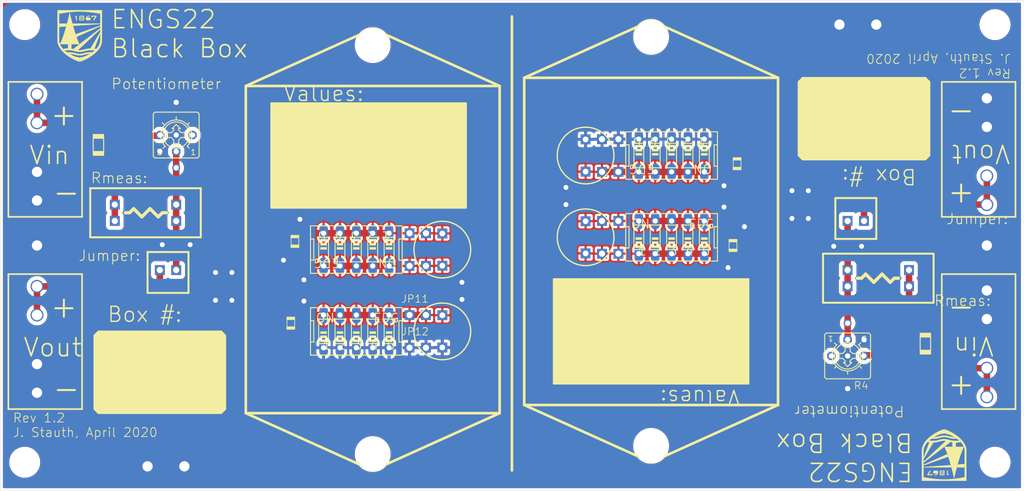
<source format=kicad_pcb>
(kicad_pcb (version 20241229) (generator "pcbnew") (generator_version "9.0")
  (layers (0 "F.Cu" signal) (2 "B.Cu" signal) (13 "F.Paste" user) (15 "B.Paste" user) (5 "F.SilkS" user "F.Silkscreen") (7 "B.SilkS" user "B.Silkscreen") (1 "F.Mask" user) (3 "B.Mask" user) (25 "Edge.Cuts" user))
  (net 0 "")
  (net 1 "VIN")
  (net 2 "GND")
  (net 3 "VOUT")
  (net 4 "N$2")
  (net 5 "N$6")
  (net 6 "VP2")
  (net 7 "VX2")
  (net 8 "VIN2")
  (net 9 "VOUT2")
  (footprint "blackboxvDualv4:1X02" (layer "F.Cu") (at 163.7156 101.1886)
    (property "Reference" "JP9" (hide yes))
    (property "Value" "")
    (pad "1" thru_hole rect (at -1.27 0 90) (size 1.524 1.524) (drill 0.9652) (layers "*.Cu" "*.Mask") (net 7 "VX2"))
    (pad "2" thru_hole rect (at 1.27 0 90) (size 1.524 1.524) (drill 0.9652) (layers "*.Cu" "*.Mask") (net 7 "VX2"))
  )
  (footprint "blackboxvDualv4:EDG-05" (layer "F.Cu") (at 124.3456 105.6336 180)
    (property "Reference" "SW1" (hide yes))
    (property "Value" "")
    (fp_text user "5" (at 4.572 2.921 180) (layer "F.SilkS") (effects (font (size 1.3716 1.3716) (thickness 0.1524)) (justify left bottom)))
    (fp_text user "1" (at -5.334 2.921 180) (layer "F.SilkS") (effects (font (size 1.3716 1.3716) (thickness 0.1524)) (justify left bottom)))
    (fp_text user "ON" (at -6.35 -1.27 180) (layer "F.SilkS") (effects (font (size 1.3716 1.3716) (thickness 0.1524)) (justify left bottom)))
    (fp_text user "4" (at 2.032 2.921 180) (layer "F.SilkS") (effects (font (size 1.3716 1.3716) (thickness 0.1524)) (justify left bottom)))
    (fp_text user "3" (at -0.508 2.921 180) (layer "F.SilkS") (effects (font (size 1.3716 1.3716) (thickness 0.1524)) (justify left bottom)))
    (fp_text user "EDG" (at 2.54 -1.27 180) (layer "F.SilkS") (effects (font (size 1.3716 1.3716) (thickness 0.1524)) (justify left bottom)))
    (fp_text user "2" (at -3.048 2.921 180) (layer "F.SilkS") (effects (font (size 1.3716 1.3716) (thickness 0.1524)) (justify left bottom)))
    (pad "1" thru_hole oval (at -5.08 2.54 270) (size 2.6416 1.3208) (drill 0.8128) (layers "*.Cu" "*.Mask") (net 3 "VOUT"))
    (pad "2" thru_hole oval (at -2.54 2.54 270) (size 2.6416 1.3208) (drill 0.8128) (layers "*.Cu" "*.Mask") (net 3 "VOUT"))
    (pad "3" thru_hole oval (at 0 2.54 270) (size 2.6416 1.3208) (drill 0.8128) (layers "*.Cu" "*.Mask") (net 3 "VOUT"))
    (pad "4" thru_hole oval (at 2.54 2.54 270) (size 2.6416 1.3208) (drill 0.8128) (layers "*.Cu" "*.Mask") (net 3 "VOUT"))
    (pad "5" thru_hole oval (at 5.08 2.54 270) (size 2.6416 1.3208) (drill 0.8128) (layers "*.Cu" "*.Mask") (net 3 "VOUT"))
    (pad "6" thru_hole oval (at 5.08 -2.54 270) (size 2.6416 1.3208) (drill 0.8128) (layers "*.Cu" "*.Mask") (net 5 "N$6"))
    (pad "7" thru_hole oval (at 2.54 -2.54 270) (size 2.6416 1.3208) (drill 0.8128) (layers "*.Cu" "*.Mask") (net 5 "N$6"))
    (pad "8" thru_hole oval (at 0 -2.54 270) (size 2.6416 1.3208) (drill 0.8128) (layers "*.Cu" "*.Mask") (net 5 "N$6"))
    (pad "9" thru_hole oval (at -2.54 -2.54 270) (size 2.6416 1.3208) (drill 0.8128) (layers "*.Cu" "*.Mask") (net 5 "N$6"))
    (pad "10" thru_hole oval (at -5.08 -2.54 270) (size 2.6416 1.3208) (drill 0.8128) (layers "*.Cu" "*.Mask") (net 5 "N$6"))
  )
  (footprint "blackboxvDualv4:EDG-05" (layer "F.Cu") (at 173.2406 103.7286)
    (property "Reference" "SW3" (hide yes))
    (property "Value" "")
    (fp_text user "4" (at 2.032 2.921 0) (layer "F.SilkS") (effects (font (size 1.3716 1.3716) (thickness 0.1524)) (justify left bottom)))
    (fp_text user "EDG" (at 2.54 -1.27 0) (layer "F.SilkS") (effects (font (size 1.3716 1.3716) (thickness 0.1524)) (justify left bottom)))
    (fp_text user "1" (at -5.334 2.921 0) (layer "F.SilkS") (effects (font (size 1.3716 1.3716) (thickness 0.1524)) (justify left bottom)))
    (fp_text user "3" (at -0.508 2.921 0) (layer "F.SilkS") (effects (font (size 1.3716 1.3716) (thickness 0.1524)) (justify left bottom)))
    (fp_text user "2" (at -3.048 2.921 0) (layer "F.SilkS") (effects (font (size 1.3716 1.3716) (thickness 0.1524)) (justify left bottom)))
    (fp_text user "ON" (at -6.35 -1.27 0) (layer "F.SilkS") (effects (font (size 1.3716 1.3716) (thickness 0.1524)) (justify left bottom)))
    (fp_text user "5" (at 4.572 2.921 0) (layer "F.SilkS") (effects (font (size 1.3716 1.3716) (thickness 0.1524)) (justify left bottom)))
    (pad "1" thru_hole oval (at -5.08 2.54 90) (size 2.6416 1.3208) (drill 0.8128) (layers "*.Cu" "*.Mask") (net 9 "VOUT2"))
    (pad "2" thru_hole oval (at -2.54 2.54 90) (size 2.6416 1.3208) (drill 0.8128) (layers "*.Cu" "*.Mask") (net 9 "VOUT2"))
    (pad "3" thru_hole oval (at 0 2.54 90) (size 2.6416 1.3208) (drill 0.8128) (layers "*.Cu" "*.Mask") (net 9 "VOUT2"))
    (pad "4" thru_hole oval (at 2.54 2.54 90) (size 2.6416 1.3208) (drill 0.8128) (layers "*.Cu" "*.Mask") (net 9 "VOUT2"))
    (pad "5" thru_hole oval (at 5.08 2.54 90) (size 2.6416 1.3208) (drill 0.8128) (layers "*.Cu" "*.Mask") (net 9 "VOUT2"))
    (pad "6" thru_hole oval (at 5.08 -2.54 90) (size 2.6416 1.3208) (drill 0.8128) (layers "*.Cu" "*.Mask") (net 7 "VX2"))
    (pad "7" thru_hole oval (at 2.54 -2.54 90) (size 2.6416 1.3208) (drill 0.8128) (layers "*.Cu" "*.Mask") (net 7 "VX2"))
    (pad "8" thru_hole oval (at 0 -2.54 90) (size 2.6416 1.3208) (drill 0.8128) (layers "*.Cu" "*.Mask") (net 7 "VX2"))
    (pad "9" thru_hole oval (at -2.54 -2.54 90) (size 2.6416 1.3208) (drill 0.8128) (layers "*.Cu" "*.Mask") (net 7 "VX2"))
    (pad "10" thru_hole oval (at -5.08 -2.54 90) (size 2.6416 1.3208) (drill 0.8128) (layers "*.Cu" "*.Mask") (net 7 "VX2"))
  )
  (footprint "blackboxvDualv4:C0805K" (layer "F.Cu") (at 114.1856 117.0636 -90)
    (property "Reference" "C2" (hide yes))
    (property "Value" "")
    (pad "1" smd rect (at -1 0 270) (size 1.3 1.6) (layers "F.Cu" "F.Mask" "F.Paste") (net 5 "N$6"))
    (pad "2" smd rect (at 1 0 270) (size 1.3 1.6) (layers "F.Cu" "F.Mask" "F.Paste") (net 2 "GND"))
  )
  (footprint "blackboxvDualv4:1X02" (layer "F.Cu") (at 133.8706 115.7936)
    (property "Reference" "JP11" (at -2.6162 -1.8288 0) (layer "F.SilkS") (effects (font (size 1.1557 1.1557) (thickness 0.1143)) (justify left bottom)))
    (property "Value" "")
    (pad "1" thru_hole rect (at -1.27 0 90) (size 1.524 1.524) (drill 0.9652) (layers "*.Cu" "*.Mask") (net 5 "N$6"))
    (pad "2" thru_hole rect (at 1.27 0 90) (size 1.524 1.524) (drill 0.9652) (layers "*.Cu" "*.Mask") (net 5 "N$6"))
  )
  (footprint "blackboxvDualv4:CT6" (layer "F.Cu") (at 200.5456 122.1436 180)
    (property "Reference" "R4" (at -3.302 -3.937 0) (layer "F.SilkS") (effects (font (size 1.1557 1.1557) (thickness 0.1143)) (justify right top)))
    (property "Value" "")
    (fp_text user "3" (at -3.048 3.175 180) (layer "F.SilkS") (effects (font (size 0.871728 0.871728) (thickness 0.118872)) (justify left bottom)))
    (fp_text user "1" (at 2.159 3.175 180) (layer "F.SilkS") (effects (font (size 0.871728 0.871728) (thickness 0.118872)) (justify left bottom)))
    (pad "A" thru_hole roundrect (at 2.5146 0 180) (size 1.3208 1.3208) (drill 0.8128) (layers "*.Cu" "*.Mask") (chamfer_ratio 0.2928932188) (chamfer top_left top_right bottom_left bottom_right))
    (pad "E" thru_hole roundrect (at -2.5146 0 180) (size 1.3208 1.3208) (drill 0.8128) (layers "*.Cu" "*.Mask") (chamfer_ratio 0.2928932188) (chamfer top_left top_right bottom_left bottom_right) (net 8 "VIN2"))
    (pad "S" thru_hole roundrect (at 0 2.54 180) (size 1.3208 1.3208) (drill 0.8128) (layers "*.Cu" "*.Mask") (chamfer_ratio 0.2928932188) (chamfer top_left top_right bottom_left bottom_right) (net 6 "VP2"))
  )
  (footprint "blackboxvDualv4:6000-XXXX-RC" (layer "F.Cu") (at 159.9056 103.7286 90)
    (property "Reference" "L4" (hide yes))
    (property "Value" "")
    (pad "1" thru_hole rect (at -2.5 0 90) (size 1.524 1.524) (drill 0.9) (layers "*.Cu" "*.Mask") (net 9 "VOUT2"))
    (pad "2" thru_hole rect (at 2.5 0 90) (size 1.524 1.524) (drill 0.9) (layers "*.Cu" "*.Mask") (net 7 "VX2"))
  )
  (footprint "blackboxvDualv4:EDG-05" (layer "F.Cu") (at 124.3456 118.3336)
    (property "Reference" "SW2" (hide yes))
    (property "Value" "")
    (fp_text user "EDG" (at 2.54 -1.27 0) (layer "F.SilkS") (effects (font (size 1.3716 1.3716) (thickness 0.1524)) (justify left bottom)))
    (fp_text user "1" (at -5.334 2.921 0) (layer "F.SilkS") (effects (font (size 1.3716 1.3716) (thickness 0.1524)) (justify left bottom)))
    (fp_text user "2" (at -3.048 2.921 0) (layer "F.SilkS") (effects (font (size 1.3716 1.3716) (thickness 0.1524)) (justify left bottom)))
    (fp_text user "3" (at -0.508 2.921 0) (layer "F.SilkS") (effects (font (size 1.3716 1.3716) (thickness 0.1524)) (justify left bottom)))
    (fp_text user "5" (at 4.572 2.921 0) (layer "F.SilkS") (effects (font (size 1.3716 1.3716) (thickness 0.1524)) (justify left bottom)))
    (fp_text user "ON" (at -6.35 -1.27 0) (layer "F.SilkS") (effects (font (size 1.3716 1.3716) (thickness 0.1524)) (justify left bottom)))
    (fp_text user "4" (at 2.032 2.921 0) (layer "F.SilkS") (effects (font (size 1.3716 1.3716) (thickness 0.1524)) (justify left bottom)))
    (pad "1" thru_hole oval (at -5.08 2.54 90) (size 2.6416 1.3208) (drill 0.8128) (layers "*.Cu" "*.Mask") (net 2 "GND"))
    (pad "2" thru_hole oval (at -2.54 2.54 90) (size 2.6416 1.3208) (drill 0.8128) (layers "*.Cu" "*.Mask") (net 2 "GND"))
    (pad "3" thru_hole oval (at 0 2.54 90) (size 2.6416 1.3208) (drill 0.8128) (layers "*.Cu" "*.Mask") (net 2 "GND"))
    (pad "4" thru_hole oval (at 2.54 2.54 90) (size 2.6416 1.3208) (drill 0.8128) (layers "*.Cu" "*.Mask") (net 2 "GND"))
    (pad "5" thru_hole oval (at 5.08 2.54 90) (size 2.6416 1.3208) (drill 0.8128) (layers "*.Cu" "*.Mask") (net 2 "GND"))
    (pad "6" thru_hole oval (at 5.08 -2.54 90) (size 2.6416 1.3208) (drill 0.8128) (layers "*.Cu" "*.Mask") (net 5 "N$6"))
    (pad "7" thru_hole oval (at 2.54 -2.54 90) (size 2.6416 1.3208) (drill 0.8128) (layers "*.Cu" "*.Mask") (net 5 "N$6"))
    (pad "8" thru_hole oval (at 0 -2.54 90) (size 2.6416 1.3208) (drill 0.8128) (layers "*.Cu" "*.Mask") (net 5 "N$6"))
    (pad "9" thru_hole oval (at -2.54 -2.54 90) (size 2.6416 1.3208) (drill 0.8128) (layers "*.Cu" "*.Mask") (net 5 "N$6"))
    (pad "10" thru_hole oval (at -5.08 -2.54 90) (size 2.6416 1.3208) (drill 0.8128) (layers "*.Cu" "*.Mask") (net 5 "N$6"))
  )
  (footprint "blackboxvDualv4:1X02" (layer "F.Cu") (at 86.8806 99.9186 90)
    (property "Reference" "JP2" (hide yes))
    (property "Value" "")
    (pad "1" thru_hole rect (at -1.27 0 180) (size 1.524 1.524) (drill 0.9652) (layers "*.Cu" "*.Mask") (net 1 "VIN"))
    (pad "2" thru_hole rect (at 1.27 0 180) (size 1.524 1.524) (drill 0.9652) (layers "*.Cu" "*.Mask") (net 1 "VIN"))
  )
  (footprint "blackboxvDualv4:dummyfp1" (layer "F.Cu") (at 126.8856 137.3836)
    (property "Reference" "UNK_HOLE_1" (hide yes))
    (property "Value" "")
    (pad "" np_thru_hole circle (at 0 0) (size 5.08 5.08) (drill 5.08) (layers "*.Cu" "*.Mask"))
  )
  (footprint "blackboxvDualv4:C0805K" (layer "F.Cu") (at 114.8206 104.3636 -90)
    (property "Reference" "C1" (hide yes))
    (property "Value" "")
    (pad "1" smd rect (at -1 0 270) (size 1.3 1.6) (layers "F.Cu" "F.Mask" "F.Paste") (net 3 "VOUT"))
    (pad "2" smd rect (at 1 0 270) (size 1.3 1.6) (layers "F.Cu" "F.Mask" "F.Paste") (net 5 "N$6"))
  )
  (footprint "blackboxvDualv4:1X02" (layer "F.Cu") (at 133.8706 108.1736)
    (property "Reference" "JP8" (hide yes))
    (property "Value" "")
    (pad "1" thru_hole rect (at -1.27 0 90) (size 1.524 1.524) (drill 0.9652) (layers "*.Cu" "*.Mask") (net 5 "N$6"))
    (pad "2" thru_hole rect (at 1.27 0 90) (size 1.524 1.524) (drill 0.9652) (layers "*.Cu" "*.Mask") (net 5 "N$6"))
  )
  (footprint "blackboxvDualv4:1X02" (layer "F.Cu") (at 200.5456 110.0786 90)
    (property "Reference" "JP6" (hide yes))
    (property "Value" "")
    (pad "1" thru_hole rect (at -1.27 0 180) (size 1.524 1.524) (drill 0.9652) (layers "*.Cu" "*.Mask") (net 6 "VP2"))
    (pad "2" thru_hole rect (at 1.27 0 180) (size 1.524 1.524) (drill 0.9652) (layers "*.Cu" "*.Mask") (net 6 "VP2"))
  )
  (footprint "blackboxvDualv4:1X02" (layer "F.Cu") (at 201.8156 101.1886)
    (property "Reference" "JP1" (hide yes))
    (property "Value" "")
    (pad "1" thru_hole rect (at -1.27 0 90) (size 1.524 1.524) (drill 0.9652) (layers "*.Cu" "*.Mask") (net 6 "VP2"))
    (pad "2" thru_hole rect (at 1.27 0 90) (size 1.524 1.524) (drill 0.9652) (layers "*.Cu" "*.Mask") (net 9 "VOUT2"))
  )
  (footprint "blackboxvDualv4:C0805K" (layer "F.Cu") (at 183.4006 92.2986 90)
    (property "Reference" "C4" (hide yes))
    (property "Value" "")
    (pad "1" smd rect (at -1 0 90) (size 1.3 1.6) (layers "F.Cu" "F.Mask" "F.Paste") (net 7 "VX2"))
    (pad "2" smd rect (at 1 0 90) (size 1.3 1.6) (layers "F.Cu" "F.Mask" "F.Paste") (net 2 "GND"))
  )
  (footprint "blackboxvDualv4:THAYER" (layer "F.Cu") (at 218.9606 133.5736 180)
    (property "Reference" "U$2" (hide yes))
    (property "Value" "Val**" (hide yes))
  )
  (footprint "blackboxvDualv4:dummyfp7" (layer "F.Cu") (at 170.0656 72.6136)
    (property "Reference" "UNK_HOLE_7" (hide yes))
    (property "Value" "")
    (pad "" np_thru_hole circle (at 0 0) (size 5.08 5.08) (drill 5.08) (layers "*.Cu" "*.Mask"))
  )
  (footprint "blackboxvDualv4:C0805K" (layer "F.Cu") (at 182.7656 104.9986 90)
    (property "Reference" "C3" (hide yes))
    (property "Value" "")
    (pad "1" smd rect (at -1 0 90) (size 1.3 1.6) (layers "F.Cu" "F.Mask" "F.Paste") (net 9 "VOUT2"))
    (pad "2" smd rect (at 1 0 90) (size 1.3 1.6) (layers "F.Cu" "F.Mask" "F.Paste") (net 7 "VX2"))
  )
  (footprint "blackboxvDualv4:1X02" (layer "F.Cu") (at 96.4056 99.9186 -90)
    (property "Reference" "JP4" (hide yes))
    (property "Value" "")
    (pad "1" thru_hole rect (at -1.27 0) (size 1.524 1.524) (drill 0.9652) (layers "*.Cu" "*.Mask") (net 4 "N$2"))
    (pad "2" thru_hole rect (at 1.27 0) (size 1.524 1.524) (drill 0.9652) (layers "*.Cu" "*.Mask") (net 4 "N$2"))
  )
  (footprint "blackboxvDualv4:R1206" (layer "F.Cu") (at 84.3406 89.3776 90)
    (property "Reference" "R1" (hide yes))
    (property "Value" "")
    (pad "1" smd rect (at -1.422 0 90) (size 1.6 1.803) (layers "F.Cu" "F.Mask" "F.Paste") (net 2 "GND"))
    (pad "2" smd rect (at 1.422 0 90) (size 1.6 1.803) (layers "F.Cu" "F.Mask" "F.Paste") (net 1 "VIN"))
  )
  (footprint "blackboxvDualv4:dummyfp2" (layer "F.Cu") (at 72.9106 70.7086)
    (property "Reference" "UNK_HOLE_2" (hide yes))
    (property "Value" "")
    (pad "" np_thru_hole circle (at 0 0) (size 4.318 4.318) (drill 4.318) (layers "*.Cu" "*.Mask"))
  )
  (footprint "blackboxvDualv4:THAYER" (layer "F.Cu") (at 77.9906 76.4236)
    (property "Reference" "U$1" (hide yes))
    (property "Value" "Val**" (hide yes))
  )
  (footprint "blackboxvDualv4:6000-XXXX-RC" (layer "F.Cu") (at 137.6806 105.6336 -90)
    (property "Reference" "L2" (hide yes))
    (property "Value" "")
    (pad "1" thru_hole rect (at -2.5 0 270) (size 1.524 1.524) (drill 0.9) (layers "*.Cu" "*.Mask") (net 3 "VOUT"))
    (pad "2" thru_hole rect (at 2.5 0 270) (size 1.524 1.524) (drill 0.9) (layers "*.Cu" "*.Mask") (net 5 "N$6"))
  )
  (footprint "blackboxvDualv4:dummyfp0" (layer "F.Cu") (at 126.8856 73.8836)
    (property "Reference" "UNK_HOLE_0" (hide yes))
    (property "Value" "")
    (pad "" np_thru_hole circle (at 0 0) (size 5.08 5.08) (drill 5.08) (layers "*.Cu" "*.Mask"))
  )
  (footprint "blackboxvDualv4:CT6" (layer "F.Cu") (at 96.4056 87.8536)
    (property "Reference" "R3" (hide yes))
    (property "Value" "")
    (fp_text user "3" (at -3.048 3.175 0) (layer "F.SilkS") (effects (font (size 0.871728 0.871728) (thickness 0.118872)) (justify left bottom)))
    (fp_text user "1" (at 2.159 3.175 0) (layer "F.SilkS") (effects (font (size 0.871728 0.871728) (thickness 0.118872)) (justify left bottom)))
    (pad "A" thru_hole roundrect (at 2.5146 0) (size 1.3208 1.3208) (drill 0.8128) (layers "*.Cu" "*.Mask") (chamfer_ratio 0.2928932188) (chamfer top_left top_right bottom_left bottom_right))
    (pad "E" thru_hole roundrect (at -2.5146 0) (size 1.3208 1.3208) (drill 0.8128) (layers "*.Cu" "*.Mask") (chamfer_ratio 0.2928932188) (chamfer top_left top_right bottom_left bottom_right) (net 1 "VIN"))
    (pad "S" thru_hole roundrect (at 0 2.54) (size 1.3208 1.3208) (drill 0.8128) (layers "*.Cu" "*.Mask") (chamfer_ratio 0.2928932188) (chamfer top_left top_right bottom_left bottom_right) (net 4 "N$2"))
  )
  (footprint "blackboxvDualv4:1X02" (layer "F.Cu") (at 163.7156 106.2686)
    (property "Reference" "JP10" (hide yes))
    (property "Value" "")
    (pad "1" thru_hole rect (at -1.27 0 90) (size 1.524 1.524) (drill 0.9652) (layers "*.Cu" "*.Mask") (net 9 "VOUT2"))
    (pad "2" thru_hole rect (at 1.27 0 90) (size 1.524 1.524) (drill 0.9652) (layers "*.Cu" "*.Mask") (net 9 "VOUT2"))
  )
  (footprint "blackboxvDualv4:dummyfp6" (layer "F.Cu") (at 170.0656 136.1136)
    (property "Reference" "UNK_HOLE_6" (hide yes))
    (property "Value" "")
    (pad "" np_thru_hole circle (at 0 0) (size 5.08 5.08) (drill 5.08) (layers "*.Cu" "*.Mask"))
  )
  (footprint "blackboxvDualv4:1X02" (layer "F.Cu") (at 163.7156 93.5686)
    (property "Reference" "JP13" (hide yes))
    (property "Value" "")
    (pad "1" thru_hole rect (at -1.27 0 90) (size 1.524 1.524) (drill 0.9652) (layers "*.Cu" "*.Mask") (net 7 "VX2"))
    (pad "2" thru_hole rect (at 1.27 0 90) (size 1.524 1.524) (drill 0.9652) (layers "*.Cu" "*.Mask") (net 7 "VX2"))
  )
  (footprint "blackboxvDualv4:1X02" (layer "F.Cu") (at 95.1356 108.8086 180)
    (property "Reference" "JP3" (hide yes))
    (property "Value" "")
    (pad "1" thru_hole rect (at -1.27 0 270) (size 1.524 1.524) (drill 0.9652) (layers "*.Cu" "*.Mask") (net 4 "N$2"))
    (pad "2" thru_hole rect (at 1.27 0 270) (size 1.524 1.524) (drill 0.9652) (layers "*.Cu" "*.Mask") (net 3 "VOUT"))
  )
  (footprint "blackboxvDualv4:dummyfp5" (layer "F.Cu") (at 72.9106 138.6536)
    (property "Reference" "UNK_HOLE_5" (hide yes))
    (property "Value" "")
    (pad "" np_thru_hole circle (at 0 0) (size 4.318 4.318) (drill 4.318) (layers "*.Cu" "*.Mask"))
  )
  (footprint "blackboxvDualv4:1X02" (layer "F.Cu") (at 133.8706 120.8736)
    (property "Reference" "JP12" (at -2.6162 -1.8288 0) (layer "F.SilkS") (effects (font (size 1.1557 1.1557) (thickness 0.1143)) (justify left bottom)))
    (property "Value" "")
    (pad "1" thru_hole rect (at -1.27 0 90) (size 1.524 1.524) (drill 0.9652) (layers "*.Cu" "*.Mask") (net 2 "GND"))
    (pad "2" thru_hole rect (at 1.27 0 90) (size 1.524 1.524) (drill 0.9652) (layers "*.Cu" "*.Mask") (net 2 "GND"))
  )
  (footprint "blackboxvDualv4:6000-XXXX-RC" (layer "F.Cu") (at 137.6806 118.3336 -90)
    (property "Reference" "L1" (hide yes))
    (property "Value" "")
    (pad "1" thru_hole rect (at -2.5 0 270) (size 1.524 1.524) (drill 0.9) (layers "*.Cu" "*.Mask") (net 5 "N$6"))
    (pad "2" thru_hole rect (at 2.5 0 270) (size 1.524 1.524) (drill 0.9) (layers "*.Cu" "*.Mask") (net 2 "GND"))
  )
  (footprint "blackboxvDualv4:1X02" (layer "F.Cu") (at 210.0706 110.0786 -90)
    (property "Reference" "JP5" (hide yes))
    (property "Value" "")
    (pad "1" thru_hole rect (at -1.27 0) (size 1.524 1.524) (drill 0.9652) (layers "*.Cu" "*.Mask") (net 8 "VIN2"))
    (pad "2" thru_hole rect (at 1.27 0) (size 1.524 1.524) (drill 0.9652) (layers "*.Cu" "*.Mask") (net 8 "VIN2"))
  )
  (footprint "blackboxvDualv4:6000-XXXX-RC" (layer "F.Cu") (at 159.9056 91.0286 90)
    (property "Reference" "L3" (hide yes))
    (property "Value" "")
    (pad "1" thru_hole rect (at -2.5 0 90) (size 1.524 1.524) (drill 0.9) (layers "*.Cu" "*.Mask") (net 7 "VX2"))
    (pad "2" thru_hole rect (at 2.5 0 90) (size 1.524 1.524) (drill 0.9) (layers "*.Cu" "*.Mask") (net 2 "GND"))
  )
  (footprint "blackboxvDualv4:1X02" (layer "F.Cu") (at 133.8706 103.0936)
    (property "Reference" "JP7" (hide yes))
    (property "Value" "")
    (pad "1" thru_hole rect (at -1.27 0 90) (size 1.524 1.524) (drill 0.9652) (layers "*.Cu" "*.Mask") (net 3 "VOUT"))
    (pad "2" thru_hole rect (at 1.27 0 90) (size 1.524 1.524) (drill 0.9652) (layers "*.Cu" "*.Mask") (net 3 "VOUT"))
  )
  (footprint "blackboxvDualv4:dummyfp4" (layer "F.Cu") (at 223.4056 138.6536)
    (property "Reference" "UNK_HOLE_4" (hide yes))
    (property "Value" "")
    (pad "" np_thru_hole circle (at 0 0) (size 4.318 4.318) (drill 4.318) (layers "*.Cu" "*.Mask"))
  )
  (footprint "blackboxvDualv4:1X02" (layer "F.Cu") (at 163.7156 88.4886)
    (property "Reference" "JP14" (hide yes))
    (property "Value" "")
    (pad "1" thru_hole rect (at -1.27 0 90) (size 1.524 1.524) (drill 0.9652) (layers "*.Cu" "*.Mask") (net 2 "GND"))
    (pad "2" thru_hole rect (at 1.27 0 90) (size 1.524 1.524) (drill 0.9652) (layers "*.Cu" "*.Mask") (net 2 "GND"))
  )
  (footprint "blackboxvDualv4:R1206" (layer "F.Cu") (at 212.6106 120.2386 -90)
    (property "Reference" "R2" (hide yes))
    (property "Value" "")
    (pad "1" smd rect (at -1.422 0 270) (size 1.6 1.803) (layers "F.Cu" "F.Mask" "F.Paste") (net 2 "GND"))
    (pad "2" smd rect (at 1.422 0 270) (size 1.6 1.803) (layers "F.Cu" "F.Mask" "F.Paste") (net 8 "VIN2"))
  )
  (footprint "blackboxvDualv4:EDG-05" (layer "F.Cu") (at 173.2406 91.0286 180)
    (property "Reference" "SW4" (hide yes))
    (property "Value" "")
    (fp_text user "EDG" (at 2.54 -1.27 180) (layer "F.SilkS") (effects (font (size 1.3716 1.3716) (thickness 0.1524)) (justify left bottom)))
    (fp_text user "4" (at 2.032 2.921 180) (layer "F.SilkS") (effects (font (size 1.3716 1.3716) (thickness 0.1524)) (justify left bottom)))
    (fp_text user "5" (at 4.572 2.921 180) (layer "F.SilkS") (effects (font (size 1.3716 1.3716) (thickness 0.1524)) (justify left bottom)))
    (fp_text user "ON" (at -6.35 -1.27 180) (layer "F.SilkS") (effects (font (size 1.3716 1.3716) (thickness 0.1524)) (justify left bottom)))
    (fp_text user "3" (at -0.508 2.921 180) (layer "F.SilkS") (effects (font (size 1.3716 1.3716) (thickness 0.1524)) (justify left bottom)))
    (fp_text user "1" (at -5.334 2.921 180) (layer "F.SilkS") (effects (font (size 1.3716 1.3716) (thickness 0.1524)) (justify left bottom)))
    (fp_text user "2" (at -3.048 2.921 180) (layer "F.SilkS") (effects (font (size 1.3716 1.3716) (thickness 0.1524)) (justify left bottom)))
    (pad "1" thru_hole oval (at -5.08 2.54 270) (size 2.6416 1.3208) (drill 0.8128) (layers "*.Cu" "*.Mask") (net 2 "GND"))
    (pad "2" thru_hole oval (at -2.54 2.54 270) (size 2.6416 1.3208) (drill 0.8128) (layers "*.Cu" "*.Mask") (net 2 "GND"))
    (pad "3" thru_hole oval (at 0 2.54 270) (size 2.6416 1.3208) (drill 0.8128) (layers "*.Cu" "*.Mask") (net 2 "GND"))
    (pad "4" thru_hole oval (at 2.54 2.54 270) (size 2.6416 1.3208) (drill 0.8128) (layers "*.Cu" "*.Mask") (net 2 "GND"))
    (pad "5" thru_hole oval (at 5.08 2.54 270) (size 2.6416 1.3208) (drill 0.8128) (layers "*.Cu" "*.Mask") (net 2 "GND"))
    (pad "6" thru_hole oval (at 5.08 -2.54 270) (size 2.6416 1.3208) (drill 0.8128) (layers "*.Cu" "*.Mask") (net 7 "VX2"))
    (pad "7" thru_hole oval (at 2.54 -2.54 270) (size 2.6416 1.3208) (drill 0.8128) (layers "*.Cu" "*.Mask") (net 7 "VX2"))
    (pad "8" thru_hole oval (at 0 -2.54 270) (size 2.6416 1.3208) (drill 0.8128) (layers "*.Cu" "*.Mask") (net 7 "VX2"))
    (pad "9" thru_hole oval (at -2.54 -2.54 270) (size 2.6416 1.3208) (drill 0.8128) (layers "*.Cu" "*.Mask") (net 7 "VX2"))
    (pad "10" thru_hole oval (at -5.08 -2.54 270) (size 2.6416 1.3208) (drill 0.8128) (layers "*.Cu" "*.Mask") (net 7 "VX2"))
  )
  (footprint "blackboxvDualv4:dummyfp3" (layer "F.Cu") (at 223.4056 70.7086)
    (property "Reference" "UNK_HOLE_3" (hide yes))
    (property "Value" "")
    (pad "" np_thru_hole circle (at 0 0) (size 4.318 4.318) (drill 4.318) (layers "*.Cu" "*.Mask"))
  )
  (gr_line (start 100.2156 103.7286) (end 100.2156 96.1086) (stroke (width 0.3048)) (layer "F.SilkS"))
  (gr_line (start 207.7846 110.0786) (end 207.1496 110.7136) (stroke (width 0.508)) (layer "F.SilkS"))
  (gr_line (start 196.7356 106.2686) (end 196.7356 113.8886) (stroke (width 0.3048)) (layer "F.SilkS"))
  (gr_line (start 81.8006 79.5986) (end 81.8006 100.5536) (stroke (width 0.254)) (layer "F.SilkS"))
  (gr_line (start 83.0706 96.1086) (end 83.0706 103.7286) (stroke (width 0.3048)) (layer "F.SilkS"))
  (gr_line (start 94.2466 99.9186) (end 94.8816 99.9186) (stroke (width 0.508)) (layer "F.SilkS"))
  (gr_line (start 226.5806 79.5986) (end 226.5806 100.5536) (stroke (width 0.254)) (layer "F.SilkS"))
  (gr_line (start 189.7506 129.7636) (end 170.0656 138.6536) (stroke (width 0.4064)) (layer "F.SilkS"))
  (gr_line (start 146.5706 80.2336) (end 146.5706 131.0336) (stroke (width 0.4064)) (layer "F.SilkS"))
  (gr_line (start 207.1496 110.7136) (end 205.8796 109.4436) (stroke (width 0.508)) (layer "F.SilkS"))
  (gr_line (start 70.3706 109.4436) (end 81.8006 109.4436) (stroke (width 0.254)) (layer "F.SilkS"))
  (gr_line (start 70.3706 100.5536) (end 70.3706 79.5986) (stroke (width 0.254)) (layer "F.SilkS"))
  (gr_line (start 215.1506 79.5986) (end 226.5806 79.5986) (stroke (width 0.254)) (layer "F.SilkS"))
  (gr_line (start 189.7506 129.7636) (end 150.3806 129.7636) (stroke (width 0.4064)) (layer "F.SilkS"))
  (gr_line (start 205.8796 109.4436) (end 204.6096 110.7136) (stroke (width 0.508)) (layer "F.SilkS"))
  (gr_line (start 204.9906 97.6326) (end 198.6406 97.6326) (stroke (width 0.3048)) (layer "F.SilkS"))
  (gr_line (start 81.8006 109.4436) (end 81.8006 130.3986) (stroke (width 0.254)) (layer "F.SilkS"))
  (gr_line (start 189.7506 78.9636) (end 189.7506 129.7636) (stroke (width 0.4064)) (layer "F.SilkS"))
  (gr_line (start 213.8806 106.2686) (end 196.7356 106.2686) (stroke (width 0.3048)) (layer "F.SilkS"))
  (gr_line (start 198.6406 97.6326) (end 198.6406 103.9826) (stroke (width 0.3048)) (layer "F.SilkS"))
  (gr_line (start 204.6096 110.7136) (end 203.3396 109.4436) (stroke (width 0.508)) (layer "F.SilkS"))
  (gr_line (start 203.3396 109.4436) (end 202.7046 110.0786) (stroke (width 0.508)) (layer "F.SilkS"))
  (gr_line (start 91.0716 100.5536) (end 92.3416 99.2836) (stroke (width 0.508)) (layer "F.SilkS"))
  (gr_line (start 81.8006 130.3986) (end 70.3706 130.3986) (stroke (width 0.254)) (layer "F.SilkS"))
  (gr_line (start 150.3806 78.9636) (end 189.7506 78.9636) (stroke (width 0.4064)) (layer "F.SilkS"))
  (gr_line (start 208.4196 110.0786) (end 207.7846 110.0786) (stroke (width 0.508)) (layer "F.SilkS"))
  (gr_line (start 170.0656 70.0736) (end 150.3806 78.9636) (stroke (width 0.4064)) (layer "F.SilkS"))
  (gr_line (start 98.3106 112.3646) (end 98.3106 106.0146) (stroke (width 0.3048)) (layer "F.SilkS"))
  (gr_line (start 150.3806 129.7636) (end 150.3806 78.9636) (stroke (width 0.4064)) (layer "F.SilkS"))
  (gr_line (start 198.6406 103.9826) (end 204.9906 103.9826) (stroke (width 0.3048)) (layer "F.SilkS"))
  (gr_line (start 107.2006 131.0336) (end 107.2006 80.2336) (stroke (width 0.4064)) (layer "F.SilkS"))
  (gr_line (start 146.5706 131.0336) (end 107.2006 131.0336) (stroke (width 0.4064)) (layer "F.SilkS"))
  (gr_line (start 107.2006 80.2336) (end 146.5706 80.2336) (stroke (width 0.4064)) (layer "F.SilkS"))
  (gr_line (start 70.3706 79.5986) (end 81.8006 79.5986) (stroke (width 0.254)) (layer "F.SilkS"))
  (gr_line (start 204.9906 103.9826) (end 204.9906 97.6326) (stroke (width 0.3048)) (layer "F.SilkS"))
  (gr_line (start 100.2156 96.1086) (end 83.0706 96.1086) (stroke (width 0.3048)) (layer "F.SilkS"))
  (gr_line (start 88.5316 99.9186) (end 89.1666 99.9186) (stroke (width 0.508)) (layer "F.SilkS"))
  (gr_line (start 98.3106 106.0146) (end 91.9606 106.0146) (stroke (width 0.3048)) (layer "F.SilkS"))
  (gr_line (start 89.1666 99.9186) (end 89.8016 99.2836) (stroke (width 0.508)) (layer "F.SilkS"))
  (gr_line (start 215.1506 130.3986) (end 215.1506 109.4436) (stroke (width 0.254)) (layer "F.SilkS"))
  (gr_line (start 81.8006 100.5536) (end 70.3706 100.5536) (stroke (width 0.254)) (layer "F.SilkS"))
  (gr_line (start 148.4756 69.4386) (end 148.4756 139.9236) (stroke (width 0.4064)) (layer "F.SilkS"))
  (gr_line (start 202.7046 110.0786) (end 202.0696 110.0786) (stroke (width 0.508)) (layer "F.SilkS"))
  (gr_line (start 226.5806 130.3986) (end 215.1506 130.3986) (stroke (width 0.254)) (layer "F.SilkS"))
  (gr_line (start 170.0656 138.6536) (end 150.3806 129.7636) (stroke (width 0.4064)) (layer "F.SilkS"))
  (gr_line (start 196.7356 113.8886) (end 213.8806 113.8886) (stroke (width 0.3048)) (layer "F.SilkS"))
  (gr_line (start 107.2006 80.2336) (end 126.8856 71.3436) (stroke (width 0.4064)) (layer "F.SilkS"))
  (gr_line (start 70.3706 130.3986) (end 70.3706 109.4436) (stroke (width 0.254)) (layer "F.SilkS"))
  (gr_line (start 91.9606 112.3646) (end 98.3106 112.3646) (stroke (width 0.3048)) (layer "F.SilkS"))
  (gr_line (start 226.5806 100.5536) (end 215.1506 100.5536) (stroke (width 0.254)) (layer "F.SilkS"))
  (gr_line (start 226.5806 109.4436) (end 226.5806 130.3986) (stroke (width 0.254)) (layer "F.SilkS"))
  (gr_line (start 215.1506 100.5536) (end 215.1506 79.5986) (stroke (width 0.254)) (layer "F.SilkS"))
  (gr_line (start 213.8806 113.8886) (end 213.8806 106.2686) (stroke (width 0.3048)) (layer "F.SilkS"))
  (gr_line (start 126.8856 71.3436) (end 146.5706 80.2336) (stroke (width 0.4064)) (layer "F.SilkS"))
  (gr_line (start 92.3416 99.2836) (end 93.6116 100.5536) (stroke (width 0.508)) (layer "F.SilkS"))
  (gr_line (start 107.2006 131.0336) (end 126.8856 139.9236) (stroke (width 0.4064)) (layer "F.SilkS"))
  (gr_line (start 83.0706 103.7286) (end 100.2156 103.7286) (stroke (width 0.3048)) (layer "F.SilkS"))
  (gr_line (start 91.9606 106.0146) (end 91.9606 112.3646) (stroke (width 0.3048)) (layer "F.SilkS"))
  (gr_line (start 89.8016 99.2836) (end 91.0716 100.5536) (stroke (width 0.508)) (layer "F.SilkS"))
  (gr_line (start 189.7506 78.9636) (end 170.0656 70.0736) (stroke (width 0.4064)) (layer "F.SilkS"))
  (gr_line (start 126.8856 139.9236) (end 146.5706 131.0336) (stroke (width 0.4064)) (layer "F.SilkS"))
  (gr_line (start 215.1506 109.4436) (end 226.5806 109.4436) (stroke (width 0.254)) (layer "F.SilkS"))
  (gr_line (start 93.6116 100.5536) (end 94.2466 99.9186) (stroke (width 0.508)) (layer "F.SilkS"))
  (gr_line (start 227.9016 66.9086) (end 69.1006 66.9086) (stroke (width 0.05)) (layer "Edge.Cuts"))
  (gr_line (start 69.1006 66.9086) (end 69.1006 143.0986) (stroke (width 0.05)) (layer "Edge.Cuts"))
  (gr_line (start 69.1006 143.0986) (end 227.9016 143.0986) (stroke (width 0.05)) (layer "Edge.Cuts"))
  (gr_line (start 227.9016 143.0986) (end 227.9016 66.9086) (stroke (width 0.05)) (layer "Edge.Cuts"))
  (gr_text "+" (at 76.612469 116.519532 0) (layer "F.SilkS") (effects (font (size 3.5052 3.5052) (thickness 0.3048)) (justify left bottom)))
  (gr_text "Rmeas:" (at 83.0706 95.4736 0) (layer "F.SilkS") (effects (font (size 1.63576 1.63576) (thickness 0.14224)) (justify left bottom)))
  (gr_text "Jumper:" (at 81.1656 107.5386 0) (layer "F.SilkS") (effects (font (size 1.63576 1.63576) (thickness 0.14224)) (justify left bottom)))
  (gr_text "Vin" (at 73.448935 92.625346 0) (layer "F.SilkS") (effects (font (size 2.80416 2.80416) (thickness 0.24384)) (justify left bottom)))
  (gr_text "-" (at 76.993469 98.739532 0) (layer "F.SilkS") (effects (font (size 3.5052 3.5052) (thickness 0.3048)) (justify left bottom)))
  (gr_text "ENGS22\nBlack Box" (at 86.1186 76.0426 0) (layer "F.SilkS") (effects (font (size 2.80416 2.80416) (thickness 0.24384)) (justify left bottom)))
  (gr_text "Potentiometer" (at 86.2456 80.8686 0) (layer "F.SilkS") (effects (font (size 1.63576 1.63576) (thickness 0.14224)) (justify left bottom)))
  (gr_text "-" (at 76.993469 129.219532 0) (layer "F.SilkS") (effects (font (size 3.5052 3.5052) (thickness 0.3048)) (justify left bottom)))
  (gr_text "+" (at 76.612469 86.674532 0) (layer "F.SilkS") (effects (font (size 3.5052 3.5052) (thickness 0.3048)) (justify left bottom)))
  (gr_text "Values:" (at 112.9156 82.7736 0) (layer "F.SilkS") (effects (font (size 2.3368 2.3368) (thickness 0.2032)) (justify left bottom)))
  (gr_text "Box #:" (at 211.3406 92.9336 180) (layer "F.SilkS") (effects (font (size 2.3368 2.3368) (thickness 0.2032)) (justify left bottom)))
  (gr_text "Vin" (at 223.4056 118.9686 180) (layer "F.SilkS") (effects (font (size 2.80416 2.80416) (thickness 0.24384)) (justify left bottom)))
  (gr_text "Rev 1.2\nJ. Stauth, April 2020" (at 71.0056 134.8436 0) (layer "F.SilkS") (effects (font (size 1.40208 1.40208) (thickness 0.12192)) (justify left bottom)))
  (gr_text "Box #:" (at 85.6106 117.0636 0) (layer "F.SilkS") (effects (font (size 2.3368 2.3368) (thickness 0.2032)) (justify left bottom)))
  (gr_text "Vout" (at 225.9456 89.1236 180) (layer "F.SilkS") (effects (font (size 2.80416 2.80416) (thickness 0.24384)) (justify left bottom)))
  (gr_text "+" (at 215.7856 128.4936 0) (layer "F.SilkS") (effects (font (size 3.5052 3.5052) (thickness 0.3048)) (justify left bottom)))
  (gr_text "Jumper:" (at 215.7856 101.8236 0) (layer "F.SilkS") (effects (font (size 1.63576 1.63576) (thickness 0.14224)) (justify left bottom)))
  (gr_text "-" (at 215.7856 85.9486 0) (layer "F.SilkS") (effects (font (size 3.5052 3.5052) (thickness 0.3048)) (justify left bottom)))
  (gr_text "+" (at 215.7856 98.6486 0) (layer "F.SilkS") (effects (font (size 3.5052 3.5052) (thickness 0.3048)) (justify left bottom)))
  (gr_text "Rmeas:" (at 213.8806 114.5236 0) (layer "F.SilkS") (effects (font (size 1.63576 1.63576) (thickness 0.14224)) (justify left bottom)))
  (gr_text "Rev 1.2\nJ. Stauth, April 2020" (at 225.9456 75.1536 180) (layer "F.SilkS") (effects (font (size 1.40208 1.40208) (thickness 0.12192)) (justify left bottom)))
  (gr_text "Vout" (at 72.549775 122.470346 0) (layer "F.SilkS") (effects (font (size 2.80416 2.80416) (thickness 0.24384)) (justify left bottom)))
  (gr_text "Values:" (at 184.0356 127.2236 180) (layer "F.SilkS") (effects (font (size 2.3368 2.3368) (thickness 0.2032)) (justify left bottom)))
  (gr_text "ENGS22\nBlack Box" (at 210.8326 133.9546 180) (layer "F.SilkS") (effects (font (size 2.80416 2.80416) (thickness 0.24384)) (justify left bottom)))
  (gr_text "-" (at 215.7856 116.4286 0) (layer "F.SilkS") (effects (font (size 3.5052 3.5052) (thickness 0.3048)) (justify left bottom)))
  (gr_text "Potentiometer" (at 209.4356 129.7636 180) (layer "F.SilkS") (effects (font (size 1.63576 1.63576) (thickness 0.14224)) (justify left bottom)))
  (segment (start 84.3406 85.9486) (end 84.3406 87.9556) (width 1.016) (layer "F.Cu") (net 1))
  (segment (start 86.8806 98.6486) (end 86.8806 87.9556) (width 1.016) (layer "F.Cu") (net 1))
  (segment (start 84.3406 87.9556) (end 86.8806 87.9556) (width 1.016) (layer "F.Cu") (net 1))
  (segment (start 93.891 87.9556) (end 93.891 87.8536) (width 1.016) (layer "F.Cu") (net 1))
  (segment (start 74.8156 85.9486) (end 84.3406 85.9486) (width 1.016) (layer "F.Cu") (net 1))
  (segment (start 74.8156 81.5036) (end 74.8156 85.9486) (width 1.016) (layer "F.Cu") (net 1))
  (segment (start 86.8806 87.9556) (end 93.891 87.9556) (width 1.016) (layer "F.Cu") (net 1))
  (segment (start 86.8806 101.1886) (end 86.8806 98.6486) (width 1.016) (layer "F.Cu") (net 1))
  (via (at 74.8156 81.5036) (size 2.0066) (drill 1.6002) (layers "F.Cu" "B.Cu") (net 1))
  (via (at 74.8156 85.9486) (size 2.0066) (drill 1.6002) (layers "F.Cu" "B.Cu") (net 1))
  (via (at 202.7046 105.1256) (size 1.1684) (drill 0.762) (layers "F.Cu" "B.Cu") (net 2))
  (via (at 105.0416 109.1896) (size 1.1684) (drill 0.762) (layers "F.Cu" "B.Cu") (net 2))
  (via (at 74.8156 123.4136) (size 2.0066) (drill 1.6002) (layers "F.Cu" "B.Cu") (net 2))
  (via (at 222.1356 111.9836) (size 2.0066) (drill 1.6002) (layers "F.Cu" "B.Cu") (net 2))
  (via (at 182.0036 108.4276) (size 1.1684) (drill 0.762) (layers "F.Cu" "B.Cu") (net 2))
  (via (at 199.2756 70.7086) (size 2.0066) (drill 1.6002) (layers "F.Cu" "B.Cu") (net 2))
  (via (at 74.8156 93.5686) (size 2.0066) (drill 1.6002) (layers "F.Cu" "B.Cu") (net 2))
  (via (at 91.9606 139.2886) (size 2.0066) (drill 1.6002) (layers "F.Cu" "B.Cu") (net 2))
  (via (at 74.8156 104.9986) (size 2.0066) (drill 1.6002) (layers "F.Cu" "B.Cu") (net 2))
  (via (at 194.4496 100.8076) (size 1.1684) (drill 0.762) (layers "F.Cu" "B.Cu") (net 2))
  (via (at 181.3686 95.7276) (size 1.1684) (drill 0.762) (layers "F.Cu" "B.Cu") (net 2))
  (via (at 74.8156 98.0136) (size 2.0066) (drill 1.6002) (layers "F.Cu" "B.Cu") (net 2))
  (via (at 96.4056 87.8536) (size 1.2192) (drill 0.8128) (layers "F.Cu" "B.Cu") (net 2))
  (via (at 97.6756 139.2886) (size 2.0066) (drill 1.6002) (layers "F.Cu" "B.Cu") (net 2))
  (via (at 140.7286 113.3806) (size 1.1684) (drill 0.762) (layers "F.Cu" "B.Cu") (net 2))
  (via (at 93.8656 90.3936) (size 1.2192) (drill 0.8128) (layers "F.Cu" "B.Cu") (net 2))
  (via (at 184.5436 102.0776) (size 1.1684) (drill 0.762) (layers "F.Cu" "B.Cu") (net 2))
  (via (at 222.1356 116.4286) (size 2.0066) (drill 1.6002) (layers "F.Cu" "B.Cu") (net 2))
  (via (at 156.8576 98.6486) (size 1.1684) (drill 0.762) (layers "F.Cu" "B.Cu") (net 2))
  (via (at 102.5016 113.5076) (size 1.1684) (drill 0.762) (layers "F.Cu" "B.Cu") (net 2))
  (via (at 222.1356 86.5836) (size 2.0066) (drill 1.6002) (layers "F.Cu" "B.Cu") (net 2))
  (via (at 105.0416 113.5076) (size 1.1684) (drill 0.762) (layers "F.Cu" "B.Cu") (net 2))
  (via (at 191.9096 96.4896) (size 1.1684) (drill 0.762) (layers "F.Cu" "B.Cu") (net 2))
  (via (at 116.2176 110.3326) (size 1.1684) (drill 0.762) (layers "F.Cu" "B.Cu") (net 2))
  (via (at 96.4056 82.7736) (size 1.2192) (drill 0.8128) (layers "F.Cu" "B.Cu") (net 2))
  (via (at 204.9906 70.7086) (size 2.0066) (drill 1.6002) (layers "F.Cu" "B.Cu") (net 2))
  (via (at 98.5646 104.8716) (size 1.1684) (drill 0.762) (layers "F.Cu" "B.Cu") (net 2))
  (via (at 116.2176 113.6346) (size 1.1684) (drill 0.762) (layers "F.Cu" "B.Cu") (net 2))
  (via (at 194.4496 96.4896) (size 1.1684) (drill 0.762) (layers "F.Cu" "B.Cu") (net 2))
  (via (at 200.5456 127.2236) (size 1.2192) (drill 0.8128) (layers "F.Cu" "B.Cu") (net 2))
  (via (at 203.0856 119.6036) (size 1.2192) (drill 0.8128) (layers "F.Cu" "B.Cu") (net 2))
  (via (at 102.5016 109.1896) (size 1.1684) (drill 0.762) (layers "F.Cu" "B.Cu") (net 2))
  (via (at 115.5826 100.9346) (size 1.1684) (drill 0.762) (layers "F.Cu" "B.Cu") (net 2))
  (via (at 200.5456 122.1436) (size 1.2192) (drill 0.8128) (layers "F.Cu" "B.Cu") (net 2))
  (via (at 74.8156 127.8586) (size 2.0066) (drill 1.6002) (layers "F.Cu" "B.Cu") (net 2))
  (via (at 222.1356 82.1386) (size 2.0066) (drill 1.6002) (layers "F.Cu" "B.Cu") (net 2))
  (via (at 113.0426 107.2846) (size 1.1684) (drill 0.762) (layers "F.Cu" "B.Cu") (net 2))
  (via (at 191.9096 100.8076) (size 1.1684) (drill 0.762) (layers "F.Cu" "B.Cu") (net 2))
  (via (at 140.7286 110.7136) (size 1.1684) (drill 0.762) (layers "F.Cu" "B.Cu") (net 2))
  (via (at 181.3686 99.0296) (size 1.1684) (drill 0.762) (layers "F.Cu" "B.Cu") (net 2))
  (via (at 198.3866 105.1256) (size 1.1684) (drill 0.762) (layers "F.Cu" "B.Cu") (net 2))
  (via (at 222.1356 104.9986) (size 2.0066) (drill 1.6002) (layers "F.Cu" "B.Cu") (net 2))
  (via (at 156.8576 95.9816) (size 1.1684) (drill 0.762) (layers "F.Cu" "B.Cu") (net 2))
  (via (at 94.2466 104.8716) (size 1.1684) (drill 0.762) (layers "F.Cu" "B.Cu") (net 2))
  (segment (start 105.9306 111.3486) (end 93.8656 111.3486) (width 1.016) (layer "F.Cu") (net 3))
  (segment (start 121.8056 103.0936) (end 124.3456 103.0936) (width 1.016) (layer "F.Cu") (net 3))
  (segment (start 126.8856 103.0936) (end 129.4256 103.0936) (width 1.016) (layer "F.Cu") (net 3))
  (segment (start 114.8206 103.3636) (end 112.6456 103.3636) (width 1.016) (layer "F.Cu") (net 3))
  (segment (start 115.1856 103.3636) (end 115.4556 103.0936) (width 1.016) (layer "F.Cu") (net 3))
  (segment (start 119.2656 103.0936) (end 121.8056 103.0936) (width 1.016) (layer "F.Cu") (net 3))
  (segment (start 114.8206 103.3636) (end 115.1856 103.3636) (width 1.016) (layer "F.Cu") (net 3))
  (segment (start 112.6456 104.6336) (end 105.9306 111.3486) (width 1.016) (layer "F.Cu") (net 3))
  (segment (start 74.8156 111.3486) (end 93.8656 111.3486) (width 1.016) (layer "F.Cu") (net 3))
  (segment (start 124.3456 103.0936) (end 126.8856 103.0936) (width 1.016) (layer "F.Cu") (net 3))
  (segment (start 115.4556 103.0936) (end 119.2656 103.0936) (width 1.016) (layer "F.Cu") (net 3))
  (segment (start 74.8156 115.7936) (end 74.8156 111.3486) (width 1.016) (layer "F.Cu") (net 3))
  (segment (start 93.8656 111.3486) (end 93.8656 108.8086) (width 1.016) (layer "F.Cu") (net 3))
  (segment (start 112.6456 103.3636) (end 112.6456 104.6336) (width 1.016) (layer "F.Cu") (net 3))
  (via (at 74.8156 115.7936) (size 2.0066) (drill 1.6002) (layers "F.Cu" "B.Cu") (net 3))
  (via (at 74.8156 111.3486) (size 2.0066) (drill 1.6002) (layers "F.Cu" "B.Cu") (net 3))
  (segment (start 96.4056 90.3936) (end 96.4056 92.9336) (width 1.016) (layer "F.Cu") (net 4))
  (segment (start 96.4056 92.9336) (end 96.4056 98.6486) (width 1.016) (layer "F.Cu") (net 4))
  (segment (start 96.4056 101.1886) (end 96.4056 98.6486) (width 1.016) (layer "F.Cu") (net 4))
  (segment (start 96.4056 108.8086) (end 96.4056 101.1886) (width 1.016) (layer "F.Cu") (net 4))
  (via (at 96.4056 92.9336) (size 1.2192) (drill 0.8128) (layers "F.Cu" "B.Cu") (net 4))
  (segment (start 116.7256 108.1736) (end 119.2656 108.1736) (width 1.016) (layer "F.Cu") (net 5))
  (segment (start 114.5506 116.0636) (end 114.8206 115.7936) (width 1.016) (layer "F.Cu") (net 5))
  (segment (start 126.8856 108.1736) (end 129.4256 108.1736) (width 1.016) (layer "F.Cu") (net 5))
  (segment (start 121.8056 108.1736) (end 124.3456 108.1736) (width 1.016) (layer "F.Cu") (net 5))
  (segment (start 114.8206 105.3636) (end 114.8206 106.2686) (width 1.016) (layer "F.Cu") (net 5))
  (segment (start 118.9956 107.9036) (end 119.2656 108.1736) (width 1.016) (layer "F.Cu") (net 5))
  (segment (start 119.2656 108.1736) (end 121.8056 108.1736) (width 1.016) (layer "F.Cu") (net 5))
  (segment (start 114.8206 106.2686) (end 116.7256 108.1736) (width 1.016) (layer "F.Cu") (net 5))
  (segment (start 118.9956 116.0636) (end 119.2656 115.7936) (width 1.016) (layer "F.Cu") (net 5))
  (segment (start 114.8206 115.7936) (end 135.1406 115.7936) (width 1.016) (layer "F.Cu") (net 5))
  (segment (start 114.1856 116.0636) (end 114.5506 116.0636) (width 1.016) (layer "F.Cu") (net 5))
  (segment (start 124.3456 108.1736) (end 126.8856 108.1736) (width 1.016) (layer "F.Cu") (net 5))
  (segment (start 200.5456 119.6036) (end 200.5456 117.0636) (width 1.016) (layer "F.Cu") (net 6))
  (segment (start 200.5456 117.0636) (end 200.5456 101.1886) (width 1.016) (layer "F.Cu") (net 6))
  (via (at 200.5456 117.0636) (size 1.2192) (drill 0.8128) (layers "F.Cu" "B.Cu") (net 6))
  (segment (start 182.7656 103.9986) (end 182.7656 103.0936) (width 1.016) (layer "F.Cu") (net 7))
  (segment (start 178.5906 93.2986) (end 178.3206 93.5686) (width 1.016) (layer "F.Cu") (net 7))
  (segment (start 178.5906 101.4586) (end 178.3206 101.1886) (width 1.016) (layer "F.Cu") (net 7))
  (segment (start 183.0356 93.2986) (end 182.7656 93.5686) (width 1.016) (layer "F.Cu") (net 7))
  (segment (start 178.3206 101.1886) (end 168.1606 101.1886) (width 1.016) (layer "F.Cu") (net 7))
  (segment (start 182.7656 103.0936) (end 180.8606 101.1886) (width 1.016) (layer "F.Cu") (net 7))
  (segment (start 183.4006 93.2986) (end 183.0356 93.2986) (width 1.016) (layer "F.Cu") (net 7))
  (segment (start 182.7656 93.5686) (end 162.4456 93.5686) (width 1.016) (layer "F.Cu") (net 7))
  (segment (start 180.8606 101.1886) (end 178.3206 101.1886) (width 1.016) (layer "F.Cu") (net 7))
  (segment (start 222.1356 124.0486) (end 212.6106 124.0486) (width 1.016) (layer "F.Cu") (net 8))
  (segment (start 203.0602 122.0416) (end 203.0602 122.1436) (width 1.016) (layer "F.Cu") (net 8))
  (segment (start 210.0706 122.0416) (end 203.0602 122.0416) (width 1.016) (layer "F.Cu") (net 8))
  (segment (start 212.6106 124.0486) (end 212.6106 122.0416) (width 1.016) (layer "F.Cu") (net 8))
  (segment (start 210.0706 108.8086) (end 210.0706 122.0416) (width 1.016) (layer "F.Cu") (net 8))
  (segment (start 222.1356 128.4936) (end 222.1356 124.0486) (width 1.016) (layer "F.Cu") (net 8))
  (segment (start 212.6106 122.0416) (end 210.0706 122.0416) (width 1.016) (layer "F.Cu") (net 8))
  (via (at 222.1356 128.4936) (size 2.0066) (drill 1.6002) (layers "F.Cu" "B.Cu") (net 8))
  (via (at 222.1356 124.0486) (size 2.0066) (drill 1.6002) (layers "F.Cu" "B.Cu") (net 8))
  (segment (start 222.1356 98.6486) (end 203.0856 98.6486) (width 1.016) (layer "F.Cu") (net 9))
  (segment (start 184.9406 105.9986) (end 184.9406 104.7286) (width 1.016) (layer "F.Cu") (net 9))
  (segment (start 182.4006 105.9986) (end 184.9406 105.9986) (width 1.016) (layer "F.Cu") (net 9))
  (segment (start 184.9406 104.7286) (end 191.0206 98.6486) (width 1.016) (layer "F.Cu") (net 9))
  (segment (start 203.0856 98.6486) (end 203.0856 101.1886) (width 1.016) (layer "F.Cu") (net 9))
  (segment (start 191.0206 98.6486) (end 203.0856 98.6486) (width 1.016) (layer "F.Cu") (net 9))
  (segment (start 182.4006 105.9986) (end 182.1306 106.2686) (width 1.016) (layer "F.Cu") (net 9))
  (segment (start 182.1306 106.2686) (end 168.1606 106.2686) (width 1.016) (layer "F.Cu") (net 9))
  (segment (start 222.1356 94.2036) (end 222.1356 98.6486) (width 1.016) (layer "F.Cu") (net 9))
  (via (at 222.1356 94.2036) (size 2.0066) (drill 1.6002) (layers "F.Cu" "B.Cu") (net 9))
  (via (at 222.1356 98.6486) (size 2.0066) (drill 1.6002) (layers "F.Cu" "B.Cu") (net 9))
  (zone (net 3) (net_name "VOUT") (layer "F.Cu") (priority 6) (connect_pads (clearance 0.000001)) (min_thickness 0.1524) (fill yes (thermal_gap 0.3548) (thermal_bridge_width 0.3548))
    (polygon (pts (xy 139.103 105.151) (xy 117.2082 105.151) (xy 117.2082 101.0362) (xy 139.103 101.0362)))
  )
  (zone (net 5) (net_name "N$6") (layer "F.Cu") (priority 6) (connect_pads (clearance 0.6096)) (min_thickness 0.1524) (fill yes (thermal_gap 0.3548) (thermal_bridge_width 0.3548))
    (polygon (pts (xy 139.103 117.851) (xy 117.8432 117.851) (xy 117.8432 105.9892) (xy 139.103 105.9892)))
  )
  (zone (net 2) (net_name "GND") (layer "F.Cu") (connect_pads (clearance 0.6096)) (min_thickness 0.2032) (fill yes (thermal_gap 0.4564) (thermal_bridge_width 0.4564))
    (polygon (pts (xy 227.4188 142.6668) (xy 69.5324 142.6668) (xy 69.5324 67.3304) (xy 227.4188 67.3304)))
  )
  (zone (net 7) (net_name "VX2") (layer "F.Cu") (priority 6) (connect_pads (clearance 0.6096)) (min_thickness 0.1524) (fill yes (thermal_gap 0.3548) (thermal_bridge_width 0.3548))
    (polygon (pts (xy 179.743 103.373) (xy 158.4832 103.373) (xy 158.4832 91.5112) (xy 179.743 91.5112)))
  )
  (zone (net 9) (net_name "VOUT2") (layer "F.Cu") (priority 6) (connect_pads (clearance 0.000001)) (min_thickness 0.1524) (fill yes (thermal_gap 0.3548) (thermal_bridge_width 0.3548))
    (polygon (pts (xy 180.378 108.326) (xy 158.4832 108.326) (xy 158.4832 104.2112) (xy 180.378 104.2112)))
  )
  (zone (net 2) (net_name "GND") (layer "B.Cu") (priority 3) (connect_pads (clearance 0.6096)) (min_thickness 0.2032) (fill yes (thermal_gap 0.4564) (thermal_bridge_width 0.4564))
    (polygon (pts (xy 227.4188 142.6668) (xy 69.5324 142.6668) (xy 69.5324 68.084432) (xy 70.286432 67.3304) (xy 227.4188 67.3304)))
  )
  (zone (net 0) (net_name "") (layer "F.SilkS") (connect_pads (clearance 0.5)) (min_thickness 0.25) (fill yes (thermal_gap 0.5) (thermal_bridge_width 0.5))
    (polygon (pts (xy 185.3056 110.0786) (xy 154.8256 110.0786) (xy 154.8256 126.5886) (xy 185.3056 126.5886)))
  )
  (zone (net 0) (net_name "") (layer "F.SilkS") (priority 6) (connect_pads (clearance 0.000001)) (min_thickness 0.127) (fill yes (thermal_gap 0.304) (thermal_bridge_width 0.304))
    (polygon (pts (xy 213.3726 79.545995) (xy 213.3726 91.081205) (xy 212.663205 91.7906) (xy 193.507995 91.7906) (xy 192.7986 91.081205) (xy 192.7986 79.545995) (xy 193.507995 78.8366) (xy 212.663205 78.8366)))
  )
  (zone (net 0) (net_name "") (layer "F.SilkS") (connect_pads (clearance 0.5)) (min_thickness 0.25) (fill yes (thermal_gap 0.5) (thermal_bridge_width 0.5))
    (polygon (pts (xy 111.0106 99.2836) (xy 141.4906 99.2836) (xy 141.4906 82.7736) (xy 111.0106 82.7736)))
  )
  (zone (net 0) (net_name "") (layer "F.SilkS") (priority 6) (connect_pads (clearance 0.000001)) (min_thickness 0.127) (fill yes (thermal_gap 0.304) (thermal_bridge_width 0.304))
    (polygon (pts (xy 104.1526 118.915995) (xy 104.1526 130.451205) (xy 103.443205 131.1606) (xy 84.287995 131.1606) (xy 83.5786 130.451205) (xy 83.5786 118.915995) (xy 84.287995 118.2066) (xy 103.443205 118.2066)))
  )
)
</source>
